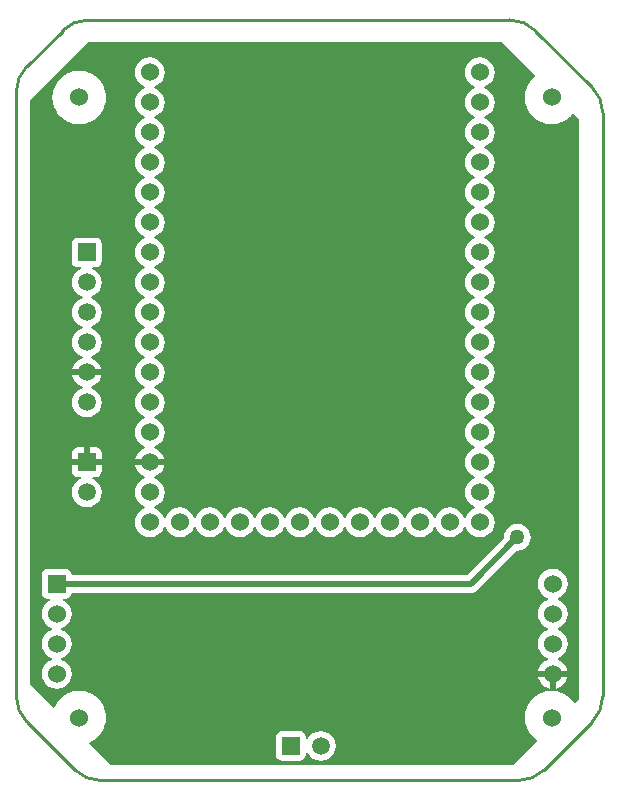
<source format=gbl>
G04 Layer_Physical_Order=2*
G04 Layer_Color=16711680*
%FSLAX25Y25*%
%MOIN*%
G70*
G01*
G75*
%ADD10C,0.01968*%
%ADD11C,0.01000*%
%ADD12C,0.06000*%
%ADD13R,0.06000X0.06000*%
%ADD14C,0.05905*%
%ADD15R,0.05905X0.05905*%
%ADD16R,0.05905X0.05905*%
%ADD17C,0.05000*%
G36*
X172916Y235084D02*
X172891Y234584D01*
X172292Y234092D01*
X172167Y233940D01*
X172014Y233814D01*
X171153Y232765D01*
X171060Y232591D01*
X170934Y232438D01*
X170294Y231241D01*
X170237Y231052D01*
X170144Y230878D01*
X169750Y229579D01*
X169730Y229382D01*
X169673Y229193D01*
X169540Y227842D01*
X169560Y227646D01*
X169540Y227449D01*
X169673Y226098D01*
X169730Y225909D01*
X169750Y225712D01*
X170144Y224414D01*
X170237Y224239D01*
X170294Y224050D01*
X170934Y222853D01*
X171060Y222701D01*
X171153Y222526D01*
X172014Y221477D01*
X172167Y221352D01*
X172292Y221199D01*
X173341Y220338D01*
X173515Y220245D01*
X173668Y220119D01*
X174865Y219479D01*
X175054Y219422D01*
X175229Y219329D01*
X176527Y218935D01*
X176724Y218916D01*
X176913Y218858D01*
X178264Y218725D01*
X178363Y218735D01*
X178461Y218716D01*
X178558Y218735D01*
X178657Y218725D01*
X180008Y218858D01*
X180197Y218916D01*
X180394Y218935D01*
X181693Y219329D01*
X181867Y219422D01*
X182056Y219479D01*
X183253Y220119D01*
X183406Y220245D01*
X183580Y220338D01*
X184629Y221199D01*
X184755Y221352D01*
X184907Y221477D01*
X185399Y222077D01*
X185899Y222101D01*
X187500Y220500D01*
Y27000D01*
X186417Y25918D01*
X186109Y25907D01*
X185802Y26009D01*
X185768Y26072D01*
X184907Y27121D01*
X184755Y27247D01*
X184629Y27400D01*
X183580Y28261D01*
X183406Y28354D01*
X183253Y28479D01*
X182056Y29119D01*
X181867Y29176D01*
X181693Y29269D01*
X180394Y29664D01*
X180197Y29683D01*
X180008Y29740D01*
X178657Y29873D01*
X178558Y29864D01*
X178461Y29883D01*
X178363Y29864D01*
X178264Y29873D01*
X176913Y29740D01*
X176724Y29683D01*
X176527Y29664D01*
X175229Y29269D01*
X175054Y29176D01*
X174865Y29119D01*
X173668Y28479D01*
X173515Y28354D01*
X173341Y28261D01*
X172292Y27400D01*
X172167Y27247D01*
X172014Y27121D01*
X171153Y26072D01*
X171060Y25898D01*
X170934Y25745D01*
X170294Y24548D01*
X170237Y24359D01*
X170144Y24185D01*
X169750Y22886D01*
X169730Y22689D01*
X169673Y22500D01*
X169540Y21149D01*
X169560Y20953D01*
X169540Y20756D01*
X169673Y19405D01*
X169730Y19216D01*
X169750Y19019D01*
X170144Y17721D01*
X170237Y17546D01*
X170294Y17357D01*
X170934Y16160D01*
X171060Y16008D01*
X171153Y15833D01*
X172014Y14784D01*
X172167Y14659D01*
X172292Y14506D01*
X173341Y13645D01*
X173404Y13611D01*
X173507Y13304D01*
X173496Y12996D01*
X165500Y5000D01*
X31500D01*
X24318Y12182D01*
X24367Y12574D01*
X24457Y12750D01*
X24576Y12787D01*
X25773Y13426D01*
X25925Y13552D01*
X26100Y13645D01*
X27149Y14506D01*
X27274Y14659D01*
X27427Y14784D01*
X28288Y15833D01*
X28381Y16008D01*
X28507Y16160D01*
X29147Y17357D01*
X29204Y17547D01*
X29297Y17721D01*
X29691Y19019D01*
X29710Y19216D01*
X29768Y19405D01*
X29901Y20756D01*
X29881Y20953D01*
X29901Y21149D01*
X29768Y22500D01*
X29710Y22689D01*
X29691Y22886D01*
X29297Y24185D01*
X29204Y24359D01*
X29147Y24548D01*
X28507Y25745D01*
X28381Y25898D01*
X28288Y26072D01*
X27427Y27121D01*
X27274Y27247D01*
X27149Y27400D01*
X26100Y28261D01*
X25925Y28354D01*
X25773Y28479D01*
X24576Y29119D01*
X24387Y29176D01*
X24212Y29269D01*
X22914Y29664D01*
X22717Y29683D01*
X22528Y29740D01*
X21177Y29873D01*
X21078Y29864D01*
X20980Y29883D01*
X20883Y29864D01*
X20784Y29873D01*
X19433Y29740D01*
X19244Y29683D01*
X19047Y29664D01*
X17748Y29269D01*
X17574Y29176D01*
X17385Y29119D01*
X16188Y28479D01*
X16035Y28354D01*
X15861Y28261D01*
X14812Y27400D01*
X14686Y27247D01*
X14534Y27121D01*
X13672Y26072D01*
X13579Y25898D01*
X13454Y25745D01*
X12814Y24548D01*
X12778Y24429D01*
X12602Y24340D01*
X12210Y24290D01*
X4500Y32000D01*
Y226500D01*
X24000Y246000D01*
X162000D01*
X172916Y235084D01*
D02*
G37*
%LPC*%
G36*
X178854Y70511D02*
X177557Y70341D01*
X176349Y69840D01*
X175311Y69044D01*
X174514Y68006D01*
X174014Y66797D01*
X173843Y65500D01*
X174014Y64203D01*
X174514Y62994D01*
X175311Y61956D01*
X176349Y61160D01*
X177289Y60771D01*
Y60229D01*
X176349Y59840D01*
X175311Y59044D01*
X174514Y58006D01*
X174014Y56797D01*
X173843Y55500D01*
X174014Y54203D01*
X174514Y52994D01*
X175311Y51956D01*
X176349Y51160D01*
X177289Y50771D01*
Y50229D01*
X176349Y49840D01*
X175311Y49044D01*
X174514Y48006D01*
X174014Y46797D01*
X173843Y45500D01*
X174014Y44203D01*
X174514Y42994D01*
X175311Y41956D01*
X176349Y41160D01*
X177289Y40771D01*
Y40229D01*
X176349Y39840D01*
X175311Y39044D01*
X174514Y38006D01*
X174014Y36797D01*
X173972Y36484D01*
X183736D01*
X183695Y36797D01*
X183194Y38006D01*
X182398Y39044D01*
X181360Y39840D01*
X180420Y40229D01*
Y40771D01*
X181360Y41160D01*
X182398Y41956D01*
X183194Y42994D01*
X183695Y44203D01*
X183866Y45500D01*
X183695Y46797D01*
X183194Y48006D01*
X182398Y49044D01*
X181360Y49840D01*
X180420Y50229D01*
Y50771D01*
X181360Y51160D01*
X182398Y51956D01*
X183194Y52994D01*
X183695Y54203D01*
X183866Y55500D01*
X183695Y56797D01*
X183194Y58006D01*
X182398Y59044D01*
X181360Y59840D01*
X180420Y60229D01*
Y60771D01*
X181360Y61160D01*
X182398Y61956D01*
X183194Y62994D01*
X183695Y64203D01*
X183866Y65500D01*
X183695Y66797D01*
X183194Y68006D01*
X182398Y69044D01*
X181360Y69840D01*
X180151Y70341D01*
X178854Y70511D01*
D02*
G37*
G36*
X167000Y85507D02*
X165833Y85353D01*
X164746Y84903D01*
X163813Y84187D01*
X163097Y83254D01*
X162646Y82166D01*
X162493Y81000D01*
X162527Y80739D01*
X150266Y68478D01*
X18507D01*
Y68500D01*
X18354Y69268D01*
X17919Y69919D01*
X17268Y70354D01*
X16500Y70507D01*
X10500D01*
X9732Y70354D01*
X9081Y69919D01*
X8646Y69268D01*
X8493Y68500D01*
Y62500D01*
X8646Y61732D01*
X9081Y61081D01*
X9732Y60646D01*
X10500Y60493D01*
X11264D01*
X11364Y59993D01*
X10994Y59840D01*
X9956Y59044D01*
X9160Y58006D01*
X8659Y56797D01*
X8489Y55500D01*
X8659Y54203D01*
X9160Y52994D01*
X9956Y51956D01*
X10994Y51160D01*
X11935Y50771D01*
Y50229D01*
X10994Y49840D01*
X9956Y49044D01*
X9160Y48006D01*
X8659Y46797D01*
X8489Y45500D01*
X8659Y44203D01*
X9160Y42994D01*
X9956Y41956D01*
X10994Y41160D01*
X11935Y40771D01*
Y40229D01*
X10994Y39840D01*
X9956Y39044D01*
X9160Y38006D01*
X8659Y36797D01*
X8489Y35500D01*
X8659Y34203D01*
X9160Y32994D01*
X9956Y31956D01*
X10994Y31160D01*
X12203Y30659D01*
X13500Y30489D01*
X14797Y30659D01*
X16006Y31160D01*
X17044Y31956D01*
X17840Y32994D01*
X18341Y34203D01*
X18511Y35500D01*
X18341Y36797D01*
X17840Y38006D01*
X17044Y39044D01*
X16006Y39840D01*
X15066Y40229D01*
Y40771D01*
X16006Y41160D01*
X17044Y41956D01*
X17840Y42994D01*
X18341Y44203D01*
X18511Y45500D01*
X18341Y46797D01*
X17840Y48006D01*
X17044Y49044D01*
X16006Y49840D01*
X15066Y50229D01*
Y50771D01*
X16006Y51160D01*
X17044Y51956D01*
X17840Y52994D01*
X18341Y54203D01*
X18511Y55500D01*
X18341Y56797D01*
X17840Y58006D01*
X17044Y59044D01*
X16006Y59840D01*
X15636Y59993D01*
X15736Y60493D01*
X16500D01*
X17268Y60646D01*
X17919Y61081D01*
X18354Y61732D01*
X18507Y62500D01*
Y62522D01*
X151500D01*
X152271Y62623D01*
X152989Y62921D01*
X153606Y63394D01*
X166739Y76527D01*
X167000Y76493D01*
X168166Y76647D01*
X169254Y77097D01*
X170187Y77813D01*
X170903Y78746D01*
X171353Y79834D01*
X171507Y81000D01*
X171353Y82166D01*
X170903Y83254D01*
X170187Y84187D01*
X169254Y84903D01*
X168166Y85353D01*
X167000Y85507D01*
D02*
G37*
G36*
X154500Y241011D02*
X153203Y240841D01*
X151994Y240340D01*
X150956Y239544D01*
X150160Y238506D01*
X149659Y237297D01*
X149489Y236000D01*
X149659Y234703D01*
X150160Y233494D01*
X150956Y232456D01*
X151994Y231660D01*
X152935Y231271D01*
Y230729D01*
X151994Y230340D01*
X150956Y229544D01*
X150160Y228506D01*
X149659Y227297D01*
X149489Y226000D01*
X149659Y224703D01*
X150160Y223494D01*
X150956Y222456D01*
X151994Y221660D01*
X152935Y221271D01*
Y220729D01*
X151994Y220340D01*
X150956Y219544D01*
X150160Y218506D01*
X149659Y217297D01*
X149489Y216000D01*
X149659Y214703D01*
X150160Y213494D01*
X150956Y212456D01*
X151994Y211660D01*
X152935Y211271D01*
Y210729D01*
X151994Y210340D01*
X150956Y209544D01*
X150160Y208506D01*
X149659Y207297D01*
X149489Y206000D01*
X149659Y204703D01*
X150160Y203494D01*
X150956Y202456D01*
X151994Y201660D01*
X152935Y201271D01*
Y200729D01*
X151994Y200340D01*
X150956Y199544D01*
X150160Y198506D01*
X149659Y197297D01*
X149489Y196000D01*
X149659Y194703D01*
X150160Y193494D01*
X150956Y192456D01*
X151994Y191660D01*
X152935Y191271D01*
Y190729D01*
X151994Y190340D01*
X150956Y189544D01*
X150160Y188506D01*
X149659Y187297D01*
X149489Y186000D01*
X149659Y184703D01*
X150160Y183494D01*
X150956Y182456D01*
X151994Y181660D01*
X152935Y181271D01*
Y180729D01*
X151994Y180340D01*
X150956Y179544D01*
X150160Y178506D01*
X149659Y177297D01*
X149489Y176000D01*
X149659Y174703D01*
X150160Y173494D01*
X150956Y172456D01*
X151994Y171660D01*
X152935Y171271D01*
Y170729D01*
X151994Y170340D01*
X150956Y169544D01*
X150160Y168506D01*
X149659Y167297D01*
X149489Y166000D01*
X149659Y164703D01*
X150160Y163494D01*
X150956Y162456D01*
X151994Y161660D01*
X152935Y161271D01*
Y160729D01*
X151994Y160340D01*
X150956Y159544D01*
X150160Y158506D01*
X149659Y157297D01*
X149489Y156000D01*
X149659Y154703D01*
X150160Y153494D01*
X150956Y152456D01*
X151994Y151660D01*
X152935Y151271D01*
Y150729D01*
X151994Y150340D01*
X150956Y149544D01*
X150160Y148506D01*
X149659Y147297D01*
X149489Y146000D01*
X149659Y144703D01*
X150160Y143494D01*
X150956Y142456D01*
X151994Y141660D01*
X152935Y141271D01*
Y140729D01*
X151994Y140340D01*
X150956Y139544D01*
X150160Y138506D01*
X149659Y137297D01*
X149489Y136000D01*
X149659Y134703D01*
X150160Y133494D01*
X150956Y132456D01*
X151994Y131660D01*
X152935Y131271D01*
Y130729D01*
X151994Y130340D01*
X150956Y129544D01*
X150160Y128506D01*
X149659Y127297D01*
X149489Y126000D01*
X149659Y124703D01*
X150160Y123494D01*
X150956Y122456D01*
X151994Y121660D01*
X152935Y121271D01*
Y120729D01*
X151994Y120340D01*
X150956Y119544D01*
X150160Y118506D01*
X149659Y117297D01*
X149489Y116000D01*
X149659Y114703D01*
X150160Y113494D01*
X150956Y112456D01*
X151994Y111660D01*
X152935Y111271D01*
Y110729D01*
X151994Y110340D01*
X150956Y109544D01*
X150160Y108506D01*
X149659Y107297D01*
X149489Y106000D01*
X149659Y104703D01*
X150160Y103494D01*
X150956Y102456D01*
X151994Y101660D01*
X152935Y101271D01*
Y100729D01*
X151994Y100340D01*
X150956Y99544D01*
X150160Y98506D01*
X149659Y97297D01*
X149489Y96000D01*
X149659Y94703D01*
X150160Y93494D01*
X150956Y92456D01*
X151994Y91660D01*
X152935Y91271D01*
Y90729D01*
X151994Y90340D01*
X150956Y89544D01*
X150160Y88506D01*
X149771Y87565D01*
X149229D01*
X148840Y88506D01*
X148044Y89544D01*
X147006Y90340D01*
X145797Y90841D01*
X144500Y91011D01*
X143203Y90841D01*
X141994Y90340D01*
X140956Y89544D01*
X140160Y88506D01*
X139771Y87565D01*
X139229D01*
X138840Y88506D01*
X138044Y89544D01*
X137006Y90340D01*
X135797Y90841D01*
X134500Y91011D01*
X133203Y90841D01*
X131994Y90340D01*
X130956Y89544D01*
X130160Y88506D01*
X129771Y87565D01*
X129229D01*
X128840Y88506D01*
X128044Y89544D01*
X127006Y90340D01*
X125797Y90841D01*
X124500Y91011D01*
X123203Y90841D01*
X121994Y90340D01*
X120956Y89544D01*
X120160Y88506D01*
X119771Y87565D01*
X119229D01*
X118840Y88506D01*
X118044Y89544D01*
X117006Y90340D01*
X115797Y90841D01*
X114500Y91011D01*
X113203Y90841D01*
X111994Y90340D01*
X110956Y89544D01*
X110160Y88506D01*
X109771Y87565D01*
X109229D01*
X108840Y88506D01*
X108044Y89544D01*
X107006Y90340D01*
X105797Y90841D01*
X104500Y91011D01*
X103203Y90841D01*
X101994Y90340D01*
X100956Y89544D01*
X100160Y88506D01*
X99771Y87565D01*
X99229D01*
X98840Y88506D01*
X98044Y89544D01*
X97006Y90340D01*
X95797Y90841D01*
X94500Y91011D01*
X93203Y90841D01*
X91994Y90340D01*
X90956Y89544D01*
X90160Y88506D01*
X89771Y87565D01*
X89229D01*
X88840Y88506D01*
X88044Y89544D01*
X87006Y90340D01*
X85797Y90841D01*
X84500Y91011D01*
X83203Y90841D01*
X81994Y90340D01*
X80956Y89544D01*
X80160Y88506D01*
X79771Y87565D01*
X79229D01*
X78840Y88506D01*
X78044Y89544D01*
X77006Y90340D01*
X75797Y90841D01*
X74500Y91011D01*
X73203Y90841D01*
X71994Y90340D01*
X70956Y89544D01*
X70160Y88506D01*
X69771Y87565D01*
X69229D01*
X68840Y88506D01*
X68044Y89544D01*
X67006Y90340D01*
X65797Y90841D01*
X64500Y91011D01*
X63203Y90841D01*
X61994Y90340D01*
X60956Y89544D01*
X60160Y88506D01*
X59771Y87565D01*
X59229D01*
X58840Y88506D01*
X58044Y89544D01*
X57006Y90340D01*
X55797Y90841D01*
X54500Y91011D01*
X53203Y90841D01*
X51994Y90340D01*
X50956Y89544D01*
X50160Y88506D01*
X49771Y87565D01*
X49229D01*
X48840Y88506D01*
X48044Y89544D01*
X47006Y90340D01*
X46066Y90729D01*
Y91271D01*
X47006Y91660D01*
X48044Y92456D01*
X48840Y93494D01*
X49341Y94703D01*
X49511Y96000D01*
X49341Y97297D01*
X48840Y98506D01*
X48044Y99544D01*
X47006Y100340D01*
X46066Y100729D01*
Y101271D01*
X47006Y101660D01*
X48044Y102456D01*
X48840Y103494D01*
X49341Y104703D01*
X49382Y105016D01*
X39618D01*
X39659Y104703D01*
X40160Y103494D01*
X40956Y102456D01*
X41994Y101660D01*
X42935Y101271D01*
Y100729D01*
X41994Y100340D01*
X40956Y99544D01*
X40160Y98506D01*
X39659Y97297D01*
X39489Y96000D01*
X39659Y94703D01*
X40160Y93494D01*
X40956Y92456D01*
X41994Y91660D01*
X42935Y91271D01*
Y90729D01*
X41994Y90340D01*
X40956Y89544D01*
X40160Y88506D01*
X39659Y87297D01*
X39489Y86000D01*
X39659Y84703D01*
X40160Y83494D01*
X40956Y82456D01*
X41994Y81660D01*
X43203Y81159D01*
X44500Y80989D01*
X45797Y81159D01*
X47006Y81660D01*
X48044Y82456D01*
X48840Y83494D01*
X49229Y84434D01*
X49771D01*
X50160Y83494D01*
X50956Y82456D01*
X51994Y81660D01*
X53203Y81159D01*
X54500Y80989D01*
X55797Y81159D01*
X57006Y81660D01*
X58044Y82456D01*
X58840Y83494D01*
X59229Y84434D01*
X59771D01*
X60160Y83494D01*
X60956Y82456D01*
X61994Y81660D01*
X63203Y81159D01*
X64500Y80989D01*
X65797Y81159D01*
X67006Y81660D01*
X68044Y82456D01*
X68840Y83494D01*
X69229Y84434D01*
X69771D01*
X70160Y83494D01*
X70956Y82456D01*
X71994Y81660D01*
X73203Y81159D01*
X74500Y80989D01*
X75797Y81159D01*
X77006Y81660D01*
X78044Y82456D01*
X78840Y83494D01*
X79229Y84434D01*
X79771D01*
X80160Y83494D01*
X80956Y82456D01*
X81994Y81660D01*
X83203Y81159D01*
X84500Y80989D01*
X85797Y81159D01*
X87006Y81660D01*
X88044Y82456D01*
X88840Y83494D01*
X89229Y84434D01*
X89771D01*
X90160Y83494D01*
X90956Y82456D01*
X91994Y81660D01*
X93203Y81159D01*
X94500Y80989D01*
X95797Y81159D01*
X97006Y81660D01*
X98044Y82456D01*
X98840Y83494D01*
X99229Y84434D01*
X99771D01*
X100160Y83494D01*
X100956Y82456D01*
X101994Y81660D01*
X103203Y81159D01*
X104500Y80989D01*
X105797Y81159D01*
X107006Y81660D01*
X108044Y82456D01*
X108840Y83494D01*
X109229Y84434D01*
X109771D01*
X110160Y83494D01*
X110956Y82456D01*
X111994Y81660D01*
X113203Y81159D01*
X114500Y80989D01*
X115797Y81159D01*
X117006Y81660D01*
X118044Y82456D01*
X118840Y83494D01*
X119229Y84434D01*
X119771D01*
X120160Y83494D01*
X120956Y82456D01*
X121994Y81660D01*
X123203Y81159D01*
X124500Y80989D01*
X125797Y81159D01*
X127006Y81660D01*
X128044Y82456D01*
X128840Y83494D01*
X129229Y84434D01*
X129771D01*
X130160Y83494D01*
X130956Y82456D01*
X131994Y81660D01*
X133203Y81159D01*
X134500Y80989D01*
X135797Y81159D01*
X137006Y81660D01*
X138044Y82456D01*
X138840Y83494D01*
X139229Y84434D01*
X139771D01*
X140160Y83494D01*
X140956Y82456D01*
X141994Y81660D01*
X143203Y81159D01*
X144500Y80989D01*
X145797Y81159D01*
X147006Y81660D01*
X148044Y82456D01*
X148840Y83494D01*
X149229Y84434D01*
X149771D01*
X150160Y83494D01*
X150956Y82456D01*
X151994Y81660D01*
X153203Y81159D01*
X154500Y80989D01*
X155797Y81159D01*
X157006Y81660D01*
X158044Y82456D01*
X158840Y83494D01*
X159341Y84703D01*
X159511Y86000D01*
X159341Y87297D01*
X158840Y88506D01*
X158044Y89544D01*
X157006Y90340D01*
X156065Y90729D01*
Y91271D01*
X157006Y91660D01*
X158044Y92456D01*
X158840Y93494D01*
X159341Y94703D01*
X159511Y96000D01*
X159341Y97297D01*
X158840Y98506D01*
X158044Y99544D01*
X157006Y100340D01*
X156065Y100729D01*
Y101271D01*
X157006Y101660D01*
X158044Y102456D01*
X158840Y103494D01*
X159341Y104703D01*
X159511Y106000D01*
X159341Y107297D01*
X158840Y108506D01*
X158044Y109544D01*
X157006Y110340D01*
X156065Y110729D01*
Y111271D01*
X157006Y111660D01*
X158044Y112456D01*
X158840Y113494D01*
X159341Y114703D01*
X159511Y116000D01*
X159341Y117297D01*
X158840Y118506D01*
X158044Y119544D01*
X157006Y120340D01*
X156065Y120729D01*
Y121271D01*
X157006Y121660D01*
X158044Y122456D01*
X158840Y123494D01*
X159341Y124703D01*
X159511Y126000D01*
X159341Y127297D01*
X158840Y128506D01*
X158044Y129544D01*
X157006Y130340D01*
X156065Y130729D01*
Y131271D01*
X157006Y131660D01*
X158044Y132456D01*
X158840Y133494D01*
X159341Y134703D01*
X159511Y136000D01*
X159341Y137297D01*
X158840Y138506D01*
X158044Y139544D01*
X157006Y140340D01*
X156065Y140729D01*
Y141271D01*
X157006Y141660D01*
X158044Y142456D01*
X158840Y143494D01*
X159341Y144703D01*
X159511Y146000D01*
X159341Y147297D01*
X158840Y148506D01*
X158044Y149544D01*
X157006Y150340D01*
X156065Y150729D01*
Y151271D01*
X157006Y151660D01*
X158044Y152456D01*
X158840Y153494D01*
X159341Y154703D01*
X159511Y156000D01*
X159341Y157297D01*
X158840Y158506D01*
X158044Y159544D01*
X157006Y160340D01*
X156065Y160729D01*
Y161271D01*
X157006Y161660D01*
X158044Y162456D01*
X158840Y163494D01*
X159341Y164703D01*
X159511Y166000D01*
X159341Y167297D01*
X158840Y168506D01*
X158044Y169544D01*
X157006Y170340D01*
X156065Y170729D01*
Y171271D01*
X157006Y171660D01*
X158044Y172456D01*
X158840Y173494D01*
X159341Y174703D01*
X159511Y176000D01*
X159341Y177297D01*
X158840Y178506D01*
X158044Y179544D01*
X157006Y180340D01*
X156065Y180729D01*
Y181271D01*
X157006Y181660D01*
X158044Y182456D01*
X158840Y183494D01*
X159341Y184703D01*
X159511Y186000D01*
X159341Y187297D01*
X158840Y188506D01*
X158044Y189544D01*
X157006Y190340D01*
X156065Y190729D01*
Y191271D01*
X157006Y191660D01*
X158044Y192456D01*
X158840Y193494D01*
X159341Y194703D01*
X159511Y196000D01*
X159341Y197297D01*
X158840Y198506D01*
X158044Y199544D01*
X157006Y200340D01*
X156065Y200729D01*
Y201271D01*
X157006Y201660D01*
X158044Y202456D01*
X158840Y203494D01*
X159341Y204703D01*
X159511Y206000D01*
X159341Y207297D01*
X158840Y208506D01*
X158044Y209544D01*
X157006Y210340D01*
X156065Y210729D01*
Y211271D01*
X157006Y211660D01*
X158044Y212456D01*
X158840Y213494D01*
X159341Y214703D01*
X159511Y216000D01*
X159341Y217297D01*
X158840Y218506D01*
X158044Y219544D01*
X157006Y220340D01*
X156065Y220729D01*
Y221271D01*
X157006Y221660D01*
X158044Y222456D01*
X158840Y223494D01*
X159341Y224703D01*
X159511Y226000D01*
X159341Y227297D01*
X158840Y228506D01*
X158044Y229544D01*
X157006Y230340D01*
X156065Y230729D01*
Y231271D01*
X157006Y231660D01*
X158044Y232456D01*
X158840Y233494D01*
X159341Y234703D01*
X159511Y236000D01*
X159341Y237297D01*
X158840Y238506D01*
X158044Y239544D01*
X157006Y240340D01*
X155797Y240841D01*
X154500Y241011D01*
D02*
G37*
G36*
X101500Y16464D02*
X100215Y16295D01*
X99018Y15799D01*
X97990Y15010D01*
X97201Y13982D01*
X96960Y13399D01*
X96460Y13498D01*
Y14453D01*
X96307Y15221D01*
X95872Y15872D01*
X95221Y16307D01*
X94453Y16460D01*
X88547D01*
X87779Y16307D01*
X87128Y15872D01*
X86693Y15221D01*
X86540Y14453D01*
Y8547D01*
X86693Y7779D01*
X87128Y7128D01*
X87779Y6693D01*
X88547Y6540D01*
X94453D01*
X95221Y6693D01*
X95872Y7128D01*
X96307Y7779D01*
X96460Y8547D01*
Y9502D01*
X96960Y9601D01*
X97201Y9018D01*
X97990Y7990D01*
X99018Y7201D01*
X100215Y6705D01*
X101500Y6536D01*
X102785Y6705D01*
X103982Y7201D01*
X105010Y7990D01*
X105799Y9018D01*
X106295Y10215D01*
X106464Y11500D01*
X106295Y12785D01*
X105799Y13982D01*
X105010Y15010D01*
X103982Y15799D01*
X102785Y16295D01*
X101500Y16464D01*
D02*
G37*
G36*
X177870Y34516D02*
X173972D01*
X174014Y34203D01*
X174514Y32994D01*
X175311Y31956D01*
X176349Y31160D01*
X177557Y30659D01*
X177870Y30618D01*
Y34516D01*
D02*
G37*
G36*
X183736D02*
X179839D01*
Y30618D01*
X180151Y30659D01*
X181360Y31160D01*
X182398Y31956D01*
X183194Y32994D01*
X183695Y34203D01*
X183736Y34516D01*
D02*
G37*
G36*
X28334Y135016D02*
X23500D01*
X18666D01*
X18705Y134715D01*
X19201Y133518D01*
X19990Y132490D01*
X21018Y131701D01*
X22092Y131257D01*
X22092Y131256D01*
Y130744D01*
X22092Y130743D01*
X21018Y130299D01*
X19990Y129510D01*
X19201Y128482D01*
X18705Y127285D01*
X18536Y126000D01*
X18705Y124715D01*
X19201Y123518D01*
X19990Y122490D01*
X21018Y121701D01*
X22215Y121205D01*
X23500Y121036D01*
X24785Y121205D01*
X25982Y121701D01*
X27010Y122490D01*
X27799Y123518D01*
X28295Y124715D01*
X28464Y126000D01*
X28295Y127285D01*
X27799Y128482D01*
X27010Y129510D01*
X25982Y130299D01*
X24908Y130743D01*
X24908Y130744D01*
Y131256D01*
X24908Y131257D01*
X25982Y131701D01*
X27010Y132490D01*
X27799Y133518D01*
X28295Y134715D01*
X28334Y135016D01*
D02*
G37*
G36*
X26453Y180960D02*
X20547D01*
X19779Y180807D01*
X19128Y180372D01*
X18693Y179721D01*
X18540Y178953D01*
Y173047D01*
X18693Y172279D01*
X19128Y171628D01*
X19779Y171193D01*
X20547Y171040D01*
X21502D01*
X21601Y170540D01*
X21018Y170299D01*
X19990Y169510D01*
X19201Y168482D01*
X18705Y167285D01*
X18536Y166000D01*
X18705Y164715D01*
X19201Y163518D01*
X19990Y162490D01*
X21018Y161701D01*
X22092Y161257D01*
X22092Y161256D01*
Y160744D01*
X22092Y160743D01*
X21018Y160299D01*
X19990Y159510D01*
X19201Y158482D01*
X18705Y157285D01*
X18536Y156000D01*
X18705Y154715D01*
X19201Y153518D01*
X19990Y152490D01*
X21018Y151701D01*
X22092Y151257D01*
X22092Y151256D01*
Y150744D01*
X22092Y150743D01*
X21018Y150299D01*
X19990Y149510D01*
X19201Y148482D01*
X18705Y147285D01*
X18536Y146000D01*
X18705Y144715D01*
X19201Y143518D01*
X19990Y142490D01*
X21018Y141701D01*
X22092Y141257D01*
X22092Y141256D01*
Y140744D01*
X22092Y140743D01*
X21018Y140299D01*
X19990Y139510D01*
X19201Y138482D01*
X18705Y137285D01*
X18666Y136984D01*
X23500D01*
X28334D01*
X28295Y137285D01*
X27799Y138482D01*
X27010Y139510D01*
X25982Y140299D01*
X24908Y140743D01*
X24908Y140744D01*
Y141256D01*
X24908Y141257D01*
X25982Y141701D01*
X27010Y142490D01*
X27799Y143518D01*
X28295Y144715D01*
X28464Y146000D01*
X28295Y147285D01*
X27799Y148482D01*
X27010Y149510D01*
X25982Y150299D01*
X24908Y150743D01*
X24908Y150744D01*
Y151256D01*
X24908Y151257D01*
X25982Y151701D01*
X27010Y152490D01*
X27799Y153518D01*
X28295Y154715D01*
X28464Y156000D01*
X28295Y157285D01*
X27799Y158482D01*
X27010Y159510D01*
X25982Y160299D01*
X24908Y160743D01*
X24908Y160744D01*
Y161256D01*
X24908Y161257D01*
X25982Y161701D01*
X27010Y162490D01*
X27799Y163518D01*
X28295Y164715D01*
X28464Y166000D01*
X28295Y167285D01*
X27799Y168482D01*
X27010Y169510D01*
X25982Y170299D01*
X25399Y170540D01*
X25498Y171040D01*
X26453D01*
X27221Y171193D01*
X27872Y171628D01*
X28307Y172279D01*
X28460Y173047D01*
Y178953D01*
X28307Y179721D01*
X27872Y180372D01*
X27221Y180807D01*
X26453Y180960D01*
D02*
G37*
G36*
X20980Y236576D02*
X20883Y236556D01*
X20784Y236566D01*
X19433Y236433D01*
X19244Y236376D01*
X19047Y236356D01*
X17748Y235962D01*
X17574Y235869D01*
X17385Y235812D01*
X16188Y235172D01*
X16035Y235047D01*
X15861Y234953D01*
X14812Y234092D01*
X14686Y233940D01*
X14534Y233814D01*
X13672Y232765D01*
X13579Y232591D01*
X13454Y232438D01*
X12814Y231241D01*
X12757Y231052D01*
X12664Y230878D01*
X12270Y229579D01*
X12250Y229382D01*
X12193Y229193D01*
X12060Y227842D01*
X12079Y227646D01*
X12060Y227449D01*
X12193Y226098D01*
X12250Y225909D01*
X12270Y225712D01*
X12664Y224414D01*
X12757Y224239D01*
X12814Y224050D01*
X13454Y222853D01*
X13579Y222701D01*
X13672Y222526D01*
X14534Y221477D01*
X14686Y221352D01*
X14812Y221199D01*
X15861Y220338D01*
X16035Y220245D01*
X16188Y220119D01*
X17385Y219479D01*
X17574Y219422D01*
X17748Y219329D01*
X19047Y218935D01*
X19244Y218916D01*
X19433Y218858D01*
X20784Y218725D01*
X20883Y218735D01*
X20980Y218716D01*
X21078Y218735D01*
X21177Y218725D01*
X22528Y218858D01*
X22717Y218916D01*
X22914Y218935D01*
X24212Y219329D01*
X24387Y219422D01*
X24576Y219479D01*
X25773Y220119D01*
X25925Y220245D01*
X26100Y220338D01*
X27149Y221199D01*
X27274Y221352D01*
X27427Y221477D01*
X28288Y222526D01*
X28381Y222701D01*
X28507Y222853D01*
X29147Y224050D01*
X29204Y224239D01*
X29297Y224414D01*
X29691Y225712D01*
X29710Y225909D01*
X29768Y226098D01*
X29901Y227449D01*
X29881Y227646D01*
X29901Y227842D01*
X29768Y229193D01*
X29710Y229382D01*
X29691Y229579D01*
X29297Y230878D01*
X29204Y231052D01*
X29147Y231241D01*
X28507Y232438D01*
X28381Y232591D01*
X28288Y232765D01*
X27427Y233814D01*
X27274Y233940D01*
X27149Y234092D01*
X26100Y234953D01*
X25925Y235047D01*
X25773Y235172D01*
X24576Y235812D01*
X24387Y235869D01*
X24212Y235962D01*
X22914Y236356D01*
X22717Y236376D01*
X22528Y236433D01*
X21177Y236566D01*
X21078Y236556D01*
X20980Y236576D01*
D02*
G37*
G36*
X26453Y111007D02*
X24484D01*
Y107032D01*
X28460D01*
Y109000D01*
X28307Y109768D01*
X27872Y110419D01*
X27221Y110854D01*
X26453Y111007D01*
D02*
G37*
G36*
X28460Y105063D02*
X23500D01*
X18540D01*
Y103094D01*
X18693Y102326D01*
X19128Y101675D01*
X19779Y101240D01*
X20547Y101087D01*
X21502D01*
X21601Y100587D01*
X21018Y100346D01*
X19990Y99557D01*
X19201Y98529D01*
X18705Y97332D01*
X18536Y96047D01*
X18705Y94762D01*
X19201Y93565D01*
X19990Y92537D01*
X21018Y91748D01*
X22215Y91253D01*
X23500Y91084D01*
X24785Y91253D01*
X25982Y91748D01*
X27010Y92537D01*
X27799Y93565D01*
X28295Y94762D01*
X28464Y96047D01*
X28295Y97332D01*
X27799Y98529D01*
X27010Y99557D01*
X25982Y100346D01*
X25399Y100587D01*
X25498Y101087D01*
X26453D01*
X27221Y101240D01*
X27872Y101675D01*
X28307Y102326D01*
X28460Y103094D01*
Y105063D01*
D02*
G37*
G36*
X44500Y241011D02*
X43203Y240841D01*
X41994Y240340D01*
X40956Y239544D01*
X40160Y238506D01*
X39659Y237297D01*
X39489Y236000D01*
X39659Y234703D01*
X40160Y233494D01*
X40956Y232456D01*
X41994Y231660D01*
X42935Y231271D01*
Y230729D01*
X41994Y230340D01*
X40956Y229544D01*
X40160Y228506D01*
X39659Y227297D01*
X39489Y226000D01*
X39659Y224703D01*
X40160Y223494D01*
X40956Y222456D01*
X41994Y221660D01*
X42935Y221271D01*
Y220729D01*
X41994Y220340D01*
X40956Y219544D01*
X40160Y218506D01*
X39659Y217297D01*
X39489Y216000D01*
X39659Y214703D01*
X40160Y213494D01*
X40956Y212456D01*
X41994Y211660D01*
X42935Y211271D01*
Y210729D01*
X41994Y210340D01*
X40956Y209544D01*
X40160Y208506D01*
X39659Y207297D01*
X39489Y206000D01*
X39659Y204703D01*
X40160Y203494D01*
X40956Y202456D01*
X41994Y201660D01*
X42935Y201271D01*
Y200729D01*
X41994Y200340D01*
X40956Y199544D01*
X40160Y198506D01*
X39659Y197297D01*
X39489Y196000D01*
X39659Y194703D01*
X40160Y193494D01*
X40956Y192456D01*
X41994Y191660D01*
X42935Y191271D01*
Y190729D01*
X41994Y190340D01*
X40956Y189544D01*
X40160Y188506D01*
X39659Y187297D01*
X39489Y186000D01*
X39659Y184703D01*
X40160Y183494D01*
X40956Y182456D01*
X41994Y181660D01*
X42935Y181271D01*
Y180729D01*
X41994Y180340D01*
X40956Y179544D01*
X40160Y178506D01*
X39659Y177297D01*
X39489Y176000D01*
X39659Y174703D01*
X40160Y173494D01*
X40956Y172456D01*
X41994Y171660D01*
X42935Y171271D01*
Y170729D01*
X41994Y170340D01*
X40956Y169544D01*
X40160Y168506D01*
X39659Y167297D01*
X39489Y166000D01*
X39659Y164703D01*
X40160Y163494D01*
X40956Y162456D01*
X41994Y161660D01*
X42935Y161271D01*
Y160729D01*
X41994Y160340D01*
X40956Y159544D01*
X40160Y158506D01*
X39659Y157297D01*
X39489Y156000D01*
X39659Y154703D01*
X40160Y153494D01*
X40956Y152456D01*
X41994Y151660D01*
X42935Y151271D01*
Y150729D01*
X41994Y150340D01*
X40956Y149544D01*
X40160Y148506D01*
X39659Y147297D01*
X39489Y146000D01*
X39659Y144703D01*
X40160Y143494D01*
X40956Y142456D01*
X41994Y141660D01*
X42935Y141271D01*
Y140729D01*
X41994Y140340D01*
X40956Y139544D01*
X40160Y138506D01*
X39659Y137297D01*
X39489Y136000D01*
X39659Y134703D01*
X40160Y133494D01*
X40956Y132456D01*
X41994Y131660D01*
X42935Y131271D01*
Y130729D01*
X41994Y130340D01*
X40956Y129544D01*
X40160Y128506D01*
X39659Y127297D01*
X39489Y126000D01*
X39659Y124703D01*
X40160Y123494D01*
X40956Y122456D01*
X41994Y121660D01*
X42935Y121271D01*
Y120729D01*
X41994Y120340D01*
X40956Y119544D01*
X40160Y118506D01*
X39659Y117297D01*
X39489Y116000D01*
X39659Y114703D01*
X40160Y113494D01*
X40956Y112456D01*
X41994Y111660D01*
X42935Y111271D01*
Y110729D01*
X41994Y110340D01*
X40956Y109544D01*
X40160Y108506D01*
X39659Y107297D01*
X39618Y106984D01*
X49382D01*
X49341Y107297D01*
X48840Y108506D01*
X48044Y109544D01*
X47006Y110340D01*
X46066Y110729D01*
Y111271D01*
X47006Y111660D01*
X48044Y112456D01*
X48840Y113494D01*
X49341Y114703D01*
X49511Y116000D01*
X49341Y117297D01*
X48840Y118506D01*
X48044Y119544D01*
X47006Y120340D01*
X46066Y120729D01*
Y121271D01*
X47006Y121660D01*
X48044Y122456D01*
X48840Y123494D01*
X49341Y124703D01*
X49511Y126000D01*
X49341Y127297D01*
X48840Y128506D01*
X48044Y129544D01*
X47006Y130340D01*
X46066Y130729D01*
Y131271D01*
X47006Y131660D01*
X48044Y132456D01*
X48840Y133494D01*
X49341Y134703D01*
X49511Y136000D01*
X49341Y137297D01*
X48840Y138506D01*
X48044Y139544D01*
X47006Y140340D01*
X46066Y140729D01*
Y141271D01*
X47006Y141660D01*
X48044Y142456D01*
X48840Y143494D01*
X49341Y144703D01*
X49511Y146000D01*
X49341Y147297D01*
X48840Y148506D01*
X48044Y149544D01*
X47006Y150340D01*
X46066Y150729D01*
Y151271D01*
X47006Y151660D01*
X48044Y152456D01*
X48840Y153494D01*
X49341Y154703D01*
X49511Y156000D01*
X49341Y157297D01*
X48840Y158506D01*
X48044Y159544D01*
X47006Y160340D01*
X46066Y160729D01*
Y161271D01*
X47006Y161660D01*
X48044Y162456D01*
X48840Y163494D01*
X49341Y164703D01*
X49511Y166000D01*
X49341Y167297D01*
X48840Y168506D01*
X48044Y169544D01*
X47006Y170340D01*
X46066Y170729D01*
Y171271D01*
X47006Y171660D01*
X48044Y172456D01*
X48840Y173494D01*
X49341Y174703D01*
X49511Y176000D01*
X49341Y177297D01*
X48840Y178506D01*
X48044Y179544D01*
X47006Y180340D01*
X46066Y180729D01*
Y181271D01*
X47006Y181660D01*
X48044Y182456D01*
X48840Y183494D01*
X49341Y184703D01*
X49511Y186000D01*
X49341Y187297D01*
X48840Y188506D01*
X48044Y189544D01*
X47006Y190340D01*
X46066Y190729D01*
Y191271D01*
X47006Y191660D01*
X48044Y192456D01*
X48840Y193494D01*
X49341Y194703D01*
X49511Y196000D01*
X49341Y197297D01*
X48840Y198506D01*
X48044Y199544D01*
X47006Y200340D01*
X46066Y200729D01*
Y201271D01*
X47006Y201660D01*
X48044Y202456D01*
X48840Y203494D01*
X49341Y204703D01*
X49511Y206000D01*
X49341Y207297D01*
X48840Y208506D01*
X48044Y209544D01*
X47006Y210340D01*
X46066Y210729D01*
Y211271D01*
X47006Y211660D01*
X48044Y212456D01*
X48840Y213494D01*
X49341Y214703D01*
X49511Y216000D01*
X49341Y217297D01*
X48840Y218506D01*
X48044Y219544D01*
X47006Y220340D01*
X46066Y220729D01*
Y221271D01*
X47006Y221660D01*
X48044Y222456D01*
X48840Y223494D01*
X49341Y224703D01*
X49511Y226000D01*
X49341Y227297D01*
X48840Y228506D01*
X48044Y229544D01*
X47006Y230340D01*
X46066Y230729D01*
Y231271D01*
X47006Y231660D01*
X48044Y232456D01*
X48840Y233494D01*
X49341Y234703D01*
X49511Y236000D01*
X49341Y237297D01*
X48840Y238506D01*
X48044Y239544D01*
X47006Y240340D01*
X45797Y240841D01*
X44500Y241011D01*
D02*
G37*
G36*
X22516Y111007D02*
X20547D01*
X19779Y110854D01*
X19128Y110419D01*
X18693Y109768D01*
X18540Y109000D01*
Y107032D01*
X22516D01*
Y111007D01*
D02*
G37*
%LPD*%
D10*
X151500Y65500D02*
X167000Y81000D01*
X13500Y65500D02*
X151500D01*
D11*
X173036Y249964D02*
G03*
X164500Y253500I-8535J-8535D01*
G01*
X195500Y222500D02*
G03*
X191964Y231035I-12071J0D01*
G01*
Y19465D02*
G03*
X195500Y28000I-8535J8535D01*
G01*
X167500Y0D02*
G03*
X176035Y3536I0J12071D01*
G01*
X19465D02*
G03*
X28000Y0I8535J8535D01*
G01*
X0Y28000D02*
G03*
X3536Y19465I12071J0D01*
G01*
Y238035D02*
G03*
X0Y229500I8535J-8535D01*
G01*
X24000Y253500D02*
G03*
X15464Y249964I0J-12071D01*
G01*
X92000Y253500D02*
X164500D01*
X173036Y249964D02*
X191964Y231035D01*
X195500Y28000D02*
Y222500D01*
X176035Y3536D02*
X191964Y19465D01*
X28000Y0D02*
X167500D01*
X3536Y19465D02*
X19465Y3536D01*
X0Y28000D02*
Y229500D01*
X3536Y238035D02*
X15464Y249964D01*
X24000Y253500D02*
X92000D01*
D12*
X13500Y35500D02*
D03*
Y45500D02*
D03*
Y55500D02*
D03*
X178854Y65500D02*
D03*
Y55500D02*
D03*
Y45500D02*
D03*
Y35500D02*
D03*
X154500Y236000D02*
D03*
Y226000D02*
D03*
Y216000D02*
D03*
Y206000D02*
D03*
Y196000D02*
D03*
Y186000D02*
D03*
Y176000D02*
D03*
Y166000D02*
D03*
Y156000D02*
D03*
Y146000D02*
D03*
Y136000D02*
D03*
Y126000D02*
D03*
Y116000D02*
D03*
Y106000D02*
D03*
Y96000D02*
D03*
Y86000D02*
D03*
X144500D02*
D03*
X134500D02*
D03*
X124500D02*
D03*
X114500D02*
D03*
X104500D02*
D03*
X94500D02*
D03*
X84500D02*
D03*
X74500D02*
D03*
X64500D02*
D03*
X54500D02*
D03*
X44500Y236000D02*
D03*
Y226000D02*
D03*
Y216000D02*
D03*
Y206000D02*
D03*
Y196000D02*
D03*
Y186000D02*
D03*
Y176000D02*
D03*
Y166000D02*
D03*
Y156000D02*
D03*
Y146000D02*
D03*
Y136000D02*
D03*
Y126000D02*
D03*
Y116000D02*
D03*
Y106000D02*
D03*
Y96000D02*
D03*
Y86000D02*
D03*
X20980Y20953D02*
D03*
X178461D02*
D03*
Y227646D02*
D03*
X20980D02*
D03*
D13*
X13500Y65500D02*
D03*
D14*
X23500Y126000D02*
D03*
Y136000D02*
D03*
Y146000D02*
D03*
Y156000D02*
D03*
Y166000D02*
D03*
Y96047D02*
D03*
X101500Y11500D02*
D03*
D15*
X23500Y176000D02*
D03*
Y106047D02*
D03*
D16*
X91500Y11500D02*
D03*
D17*
X167000Y81000D02*
D03*
M02*

</source>
